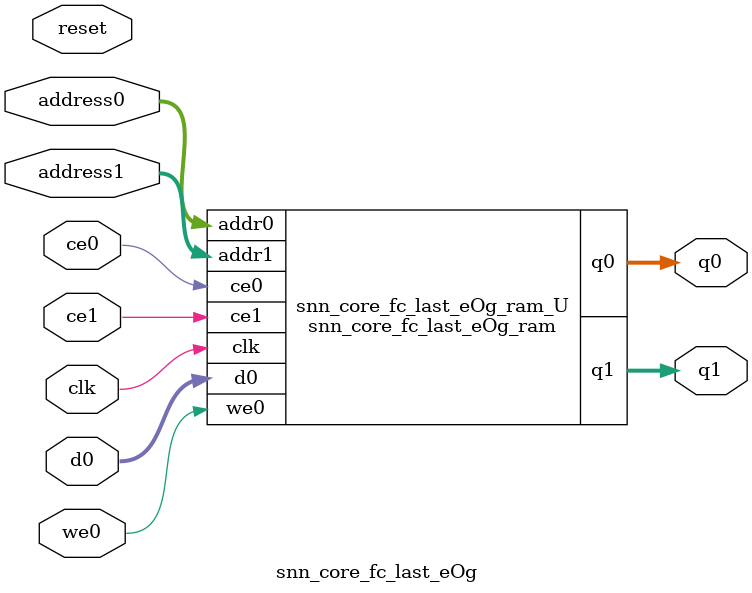
<source format=v>
`timescale 1 ns / 1 ps
module snn_core_fc_last_eOg_ram (addr0, ce0, d0, we0, q0, addr1, ce1, q1,  clk);

parameter DWIDTH = 32;
parameter AWIDTH = 8;
parameter MEM_SIZE = 256;

input[AWIDTH-1:0] addr0;
input ce0;
input[DWIDTH-1:0] d0;
input we0;
output reg[DWIDTH-1:0] q0;
input[AWIDTH-1:0] addr1;
input ce1;
output reg[DWIDTH-1:0] q1;
input clk;

(* ram_style = "block" *)reg [DWIDTH-1:0] ram[0:MEM_SIZE-1];




always @(posedge clk)  
begin 
    if (ce0) begin
        if (we0) 
            ram[addr0] <= d0; 
        q0 <= ram[addr0];
    end
end


always @(posedge clk)  
begin 
    if (ce1) begin
        q1 <= ram[addr1];
    end
end


endmodule

`timescale 1 ns / 1 ps
module snn_core_fc_last_eOg(
    reset,
    clk,
    address0,
    ce0,
    we0,
    d0,
    q0,
    address1,
    ce1,
    q1);

parameter DataWidth = 32'd32;
parameter AddressRange = 32'd256;
parameter AddressWidth = 32'd8;
input reset;
input clk;
input[AddressWidth - 1:0] address0;
input ce0;
input we0;
input[DataWidth - 1:0] d0;
output[DataWidth - 1:0] q0;
input[AddressWidth - 1:0] address1;
input ce1;
output[DataWidth - 1:0] q1;



snn_core_fc_last_eOg_ram snn_core_fc_last_eOg_ram_U(
    .clk( clk ),
    .addr0( address0 ),
    .ce0( ce0 ),
    .we0( we0 ),
    .d0( d0 ),
    .q0( q0 ),
    .addr1( address1 ),
    .ce1( ce1 ),
    .q1( q1 ));

endmodule


</source>
